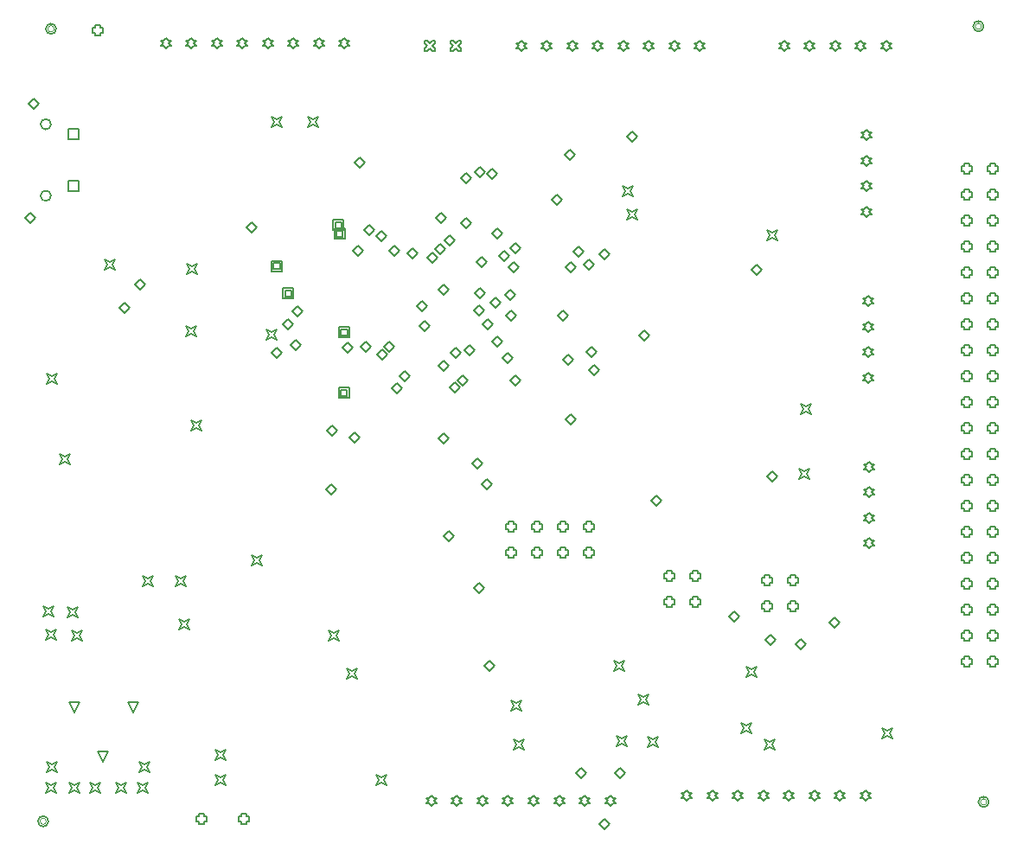
<source format=gbr>
G04*
G04 #@! TF.GenerationSoftware,Altium Limited,Altium Designer,24.2.2 (26)*
G04*
G04 Layer_Color=2752767*
%FSLAX44Y44*%
%MOMM*%
G71*
G04*
G04 #@! TF.SameCoordinates,251A4116-46B9-4EB5-9C36-AF9AACF17162*
G04*
G04*
G04 #@! TF.FilePolarity,Positive*
G04*
G01*
G75*
%ADD10C,0.1270*%
%ADD18C,0.1016*%
%ADD107C,0.1693*%
D10*
X222250Y27940D02*
Y25400D01*
X227330D01*
Y27940D01*
X229870D01*
Y33020D01*
X227330D01*
Y35560D01*
X222250D01*
Y33020D01*
X219710D01*
Y27940D01*
X222250D01*
X116360Y134360D02*
X111280Y144520D01*
X121440D01*
X116360Y134360D01*
X86360Y86360D02*
X81280Y96520D01*
X91440D01*
X86360Y86360D01*
X58360Y134360D02*
X53280Y144520D01*
X63440D01*
X58360Y134360D01*
X78740Y800100D02*
Y797560D01*
X83820D01*
Y800100D01*
X86360D01*
Y805180D01*
X83820D01*
Y807720D01*
X78740D01*
Y805180D01*
X76200D01*
Y800100D01*
X78740D01*
X180340Y27940D02*
Y25400D01*
X185420D01*
Y27940D01*
X187960D01*
Y33020D01*
X185420D01*
Y35560D01*
X180340D01*
Y33020D01*
X177800D01*
Y27940D01*
X180340D01*
X273050Y784860D02*
X275590Y787400D01*
X278130D01*
X275590Y789940D01*
X278130Y792480D01*
X275590D01*
X273050Y795020D01*
X270510Y792480D01*
X267970D01*
X270510Y789940D01*
X267970Y787400D01*
X270510D01*
X273050Y784860D01*
X835660Y532130D02*
X838200Y534670D01*
X840740D01*
X838200Y537210D01*
X840740Y539750D01*
X838200D01*
X835660Y542290D01*
X833120Y539750D01*
X830580D01*
X833120Y537210D01*
X830580Y534670D01*
X833120D01*
X835660Y532130D01*
X621030Y782320D02*
X623570Y784860D01*
X626110D01*
X623570Y787400D01*
X626110Y789940D01*
X623570D01*
X621030Y792480D01*
X618490Y789940D01*
X615950D01*
X618490Y787400D01*
X615950Y784860D01*
X618490D01*
X621030Y782320D01*
X853440D02*
X855980Y784860D01*
X858520D01*
X855980Y787400D01*
X858520Y789940D01*
X855980D01*
X853440Y792480D01*
X850900Y789940D01*
X848360D01*
X850900Y787400D01*
X848360Y784860D01*
X850900D01*
X853440Y782320D01*
X52400Y695400D02*
Y705560D01*
X62560D01*
Y695400D01*
X52400D01*
Y645400D02*
Y655560D01*
X62560D01*
Y645400D01*
X52400D01*
X708120Y48260D02*
X710660Y50800D01*
X713200D01*
X710660Y53340D01*
X713200Y55880D01*
X710660D01*
X708120Y58420D01*
X705580Y55880D01*
X703040D01*
X705580Y53340D01*
X703040Y50800D01*
X705580D01*
X708120Y48260D01*
X658120D02*
X660660Y50800D01*
X663200D01*
X660660Y53340D01*
X663200Y55880D01*
X660660D01*
X658120Y58420D01*
X655580Y55880D01*
X653040D01*
X655580Y53340D01*
X653040Y50800D01*
X655580D01*
X658120Y48260D01*
X758120D02*
X760660Y50800D01*
X763200D01*
X760660Y53340D01*
X763200Y55880D01*
X760660D01*
X758120Y58420D01*
X755580Y55880D01*
X753040D01*
X755580Y53340D01*
X753040Y50800D01*
X755580D01*
X758120Y48260D01*
X808120D02*
X810660Y50800D01*
X813200D01*
X810660Y53340D01*
X813200Y55880D01*
X810660D01*
X808120Y58420D01*
X805580Y55880D01*
X803040D01*
X805580Y53340D01*
X803040Y50800D01*
X805580D01*
X808120Y48260D01*
X833120D02*
X835660Y50800D01*
X838200D01*
X835660Y53340D01*
X838200Y55880D01*
X835660D01*
X833120Y58420D01*
X830580Y55880D01*
X828040D01*
X830580Y53340D01*
X828040Y50800D01*
X830580D01*
X833120Y48260D01*
X783120D02*
X785660Y50800D01*
X788200D01*
X785660Y53340D01*
X788200Y55880D01*
X785660D01*
X783120Y58420D01*
X780580Y55880D01*
X778040D01*
X780580Y53340D01*
X778040Y50800D01*
X780580D01*
X783120Y48260D01*
X683120D02*
X685660Y50800D01*
X688200D01*
X685660Y53340D01*
X688200Y55880D01*
X685660D01*
X683120Y58420D01*
X680580Y55880D01*
X678040D01*
X680580Y53340D01*
X678040Y50800D01*
X680580D01*
X683120Y48260D01*
X733120D02*
X735660Y50800D01*
X738200D01*
X735660Y53340D01*
X738200Y55880D01*
X735660D01*
X733120Y58420D01*
X730580Y55880D01*
X728040D01*
X730580Y53340D01*
X728040Y50800D01*
X730580D01*
X733120Y48260D01*
X458070Y43180D02*
X460610Y45720D01*
X463150D01*
X460610Y48260D01*
X463150Y50800D01*
X460610D01*
X458070Y53340D01*
X455530Y50800D01*
X452990D01*
X455530Y48260D01*
X452990Y45720D01*
X455530D01*
X458070Y43180D01*
X408070D02*
X410610Y45720D01*
X413150D01*
X410610Y48260D01*
X413150Y50800D01*
X410610D01*
X408070Y53340D01*
X405530Y50800D01*
X402990D01*
X405530Y48260D01*
X402990Y45720D01*
X405530D01*
X408070Y43180D01*
X508070D02*
X510610Y45720D01*
X513150D01*
X510610Y48260D01*
X513150Y50800D01*
X510610D01*
X508070Y53340D01*
X505530Y50800D01*
X502990D01*
X505530Y48260D01*
X502990Y45720D01*
X505530D01*
X508070Y43180D01*
X558070D02*
X560610Y45720D01*
X563150D01*
X560610Y48260D01*
X563150Y50800D01*
X560610D01*
X558070Y53340D01*
X555530Y50800D01*
X552990D01*
X555530Y48260D01*
X552990Y45720D01*
X555530D01*
X558070Y43180D01*
X583070D02*
X585610Y45720D01*
X588150D01*
X585610Y48260D01*
X588150Y50800D01*
X585610D01*
X583070Y53340D01*
X580530Y50800D01*
X577990D01*
X580530Y48260D01*
X577990Y45720D01*
X580530D01*
X583070Y43180D01*
X533070D02*
X535610Y45720D01*
X538150D01*
X535610Y48260D01*
X538150Y50800D01*
X535610D01*
X533070Y53340D01*
X530530Y50800D01*
X527990D01*
X530530Y48260D01*
X527990Y45720D01*
X530530D01*
X533070Y43180D01*
X433070D02*
X435610Y45720D01*
X438150D01*
X435610Y48260D01*
X438150Y50800D01*
X435610D01*
X433070Y53340D01*
X430530Y50800D01*
X427990D01*
X430530Y48260D01*
X427990Y45720D01*
X430530D01*
X433070Y43180D01*
X483070D02*
X485610Y45720D01*
X488150D01*
X485610Y48260D01*
X488150Y50800D01*
X485610D01*
X483070Y53340D01*
X480530Y50800D01*
X477990D01*
X480530Y48260D01*
X477990Y45720D01*
X480530D01*
X483070Y43180D01*
X426520Y782150D02*
X429060D01*
X431600Y784690D01*
X434140Y782150D01*
X436680D01*
Y784690D01*
X434140Y787230D01*
X436680Y789770D01*
Y792310D01*
X434140D01*
X431600Y789770D01*
X429060Y792310D01*
X426520D01*
Y789770D01*
X429060Y787230D01*
X426520Y784690D01*
Y782150D01*
X401520D02*
X404060D01*
X406600Y784690D01*
X409140Y782150D01*
X411680D01*
Y784690D01*
X409140Y787230D01*
X411680Y789770D01*
Y792310D01*
X409140D01*
X406600Y789770D01*
X404060Y792310D01*
X401520D01*
Y789770D01*
X404060Y787230D01*
X401520Y784690D01*
Y782150D01*
X148050Y784860D02*
X150590Y787400D01*
X153130D01*
X150590Y789940D01*
X153130Y792480D01*
X150590D01*
X148050Y795020D01*
X145510Y792480D01*
X142970D01*
X145510Y789940D01*
X142970Y787400D01*
X145510D01*
X148050Y784860D01*
X173050D02*
X175590Y787400D01*
X178130D01*
X175590Y789940D01*
X178130Y792480D01*
X175590D01*
X173050Y795020D01*
X170510Y792480D01*
X167970D01*
X170510Y789940D01*
X167970Y787400D01*
X170510D01*
X173050Y784860D01*
X198050D02*
X200590Y787400D01*
X203130D01*
X200590Y789940D01*
X203130Y792480D01*
X200590D01*
X198050Y795020D01*
X195510Y792480D01*
X192970D01*
X195510Y789940D01*
X192970Y787400D01*
X195510D01*
X198050Y784860D01*
X223050D02*
X225590Y787400D01*
X228130D01*
X225590Y789940D01*
X228130Y792480D01*
X225590D01*
X223050Y795020D01*
X220510Y792480D01*
X217970D01*
X220510Y789940D01*
X217970Y787400D01*
X220510D01*
X223050Y784860D01*
X323050D02*
X325590Y787400D01*
X328130D01*
X325590Y789940D01*
X328130Y792480D01*
X325590D01*
X323050Y795020D01*
X320510Y792480D01*
X317970D01*
X320510Y789940D01*
X317970Y787400D01*
X320510D01*
X323050Y784860D01*
X298050D02*
X300590Y787400D01*
X303130D01*
X300590Y789940D01*
X303130Y792480D01*
X300590D01*
X298050Y795020D01*
X295510Y792480D01*
X292970D01*
X295510Y789940D01*
X292970Y787400D01*
X295510D01*
X298050Y784860D01*
X248050D02*
X250590Y787400D01*
X253130D01*
X250590Y789940D01*
X253130Y792480D01*
X250590D01*
X248050Y795020D01*
X245510Y792480D01*
X242970D01*
X245510Y789940D01*
X242970Y787400D01*
X245510D01*
X248050Y784860D01*
X496030Y782320D02*
X498570Y784860D01*
X501110D01*
X498570Y787400D01*
X501110Y789940D01*
X498570D01*
X496030Y792480D01*
X493490Y789940D01*
X490950D01*
X493490Y787400D01*
X490950Y784860D01*
X493490D01*
X496030Y782320D01*
X521030D02*
X523570Y784860D01*
X526110D01*
X523570Y787400D01*
X526110Y789940D01*
X523570D01*
X521030Y792480D01*
X518490Y789940D01*
X515950D01*
X518490Y787400D01*
X515950Y784860D01*
X518490D01*
X521030Y782320D01*
X546030D02*
X548570Y784860D01*
X551110D01*
X548570Y787400D01*
X551110Y789940D01*
X548570D01*
X546030Y792480D01*
X543490Y789940D01*
X540950D01*
X543490Y787400D01*
X540950Y784860D01*
X543490D01*
X546030Y782320D01*
X571030D02*
X573570Y784860D01*
X576110D01*
X573570Y787400D01*
X576110Y789940D01*
X573570D01*
X571030Y792480D01*
X568490Y789940D01*
X565950D01*
X568490Y787400D01*
X565950Y784860D01*
X568490D01*
X571030Y782320D01*
X671030D02*
X673570Y784860D01*
X676110D01*
X673570Y787400D01*
X676110Y789940D01*
X673570D01*
X671030Y792480D01*
X668490Y789940D01*
X665950D01*
X668490Y787400D01*
X665950Y784860D01*
X668490D01*
X671030Y782320D01*
X646030D02*
X648570Y784860D01*
X651110D01*
X648570Y787400D01*
X651110Y789940D01*
X648570D01*
X646030Y792480D01*
X643490Y789940D01*
X640950D01*
X643490Y787400D01*
X640950Y784860D01*
X643490D01*
X646030Y782320D01*
X596030D02*
X598570Y784860D01*
X601110D01*
X598570Y787400D01*
X601110Y789940D01*
X598570D01*
X596030Y792480D01*
X593490Y789940D01*
X590950D01*
X593490Y787400D01*
X590950Y784860D01*
X593490D01*
X596030Y782320D01*
X828440D02*
X830980Y784860D01*
X833520D01*
X830980Y787400D01*
X833520Y789940D01*
X830980D01*
X828440Y792480D01*
X825900Y789940D01*
X823360D01*
X825900Y787400D01*
X823360Y784860D01*
X825900D01*
X828440Y782320D01*
X803440D02*
X805980Y784860D01*
X808520D01*
X805980Y787400D01*
X808520Y789940D01*
X805980D01*
X803440Y792480D01*
X800900Y789940D01*
X798360D01*
X800900Y787400D01*
X798360Y784860D01*
X800900D01*
X803440Y782320D01*
X778440D02*
X780980Y784860D01*
X783520D01*
X780980Y787400D01*
X783520Y789940D01*
X780980D01*
X778440Y792480D01*
X775900Y789940D01*
X773360D01*
X775900Y787400D01*
X773360Y784860D01*
X775900D01*
X778440Y782320D01*
X753440D02*
X755980Y784860D01*
X758520D01*
X755980Y787400D01*
X758520Y789940D01*
X755980D01*
X753440Y792480D01*
X750900Y789940D01*
X748360D01*
X750900Y787400D01*
X748360Y784860D01*
X750900D01*
X753440Y782320D01*
X834390Y694760D02*
X836930Y697300D01*
X839470D01*
X836930Y699840D01*
X839470Y702380D01*
X836930D01*
X834390Y704920D01*
X831850Y702380D01*
X829310D01*
X831850Y699840D01*
X829310Y697300D01*
X831850D01*
X834390Y694760D01*
Y669760D02*
X836930Y672300D01*
X839470D01*
X836930Y674840D01*
X839470Y677380D01*
X836930D01*
X834390Y679920D01*
X831850Y677380D01*
X829310D01*
X831850Y674840D01*
X829310Y672300D01*
X831850D01*
X834390Y669760D01*
Y619760D02*
X836930Y622300D01*
X839470D01*
X836930Y624840D01*
X839470Y627380D01*
X836930D01*
X834390Y629920D01*
X831850Y627380D01*
X829310D01*
X831850Y624840D01*
X829310Y622300D01*
X831850D01*
X834390Y619760D01*
Y644760D02*
X836930Y647300D01*
X839470D01*
X836930Y649840D01*
X839470Y652380D01*
X836930D01*
X834390Y654920D01*
X831850Y652380D01*
X829310D01*
X831850Y649840D01*
X829310Y647300D01*
X831850D01*
X834390Y644760D01*
X835660Y507130D02*
X838200Y509670D01*
X840740D01*
X838200Y512210D01*
X840740Y514750D01*
X838200D01*
X835660Y517290D01*
X833120Y514750D01*
X830580D01*
X833120Y512210D01*
X830580Y509670D01*
X833120D01*
X835660Y507130D01*
Y457130D02*
X838200Y459670D01*
X840740D01*
X838200Y462210D01*
X840740Y464750D01*
X838200D01*
X835660Y467290D01*
X833120Y464750D01*
X830580D01*
X833120Y462210D01*
X830580Y459670D01*
X833120D01*
X835660Y457130D01*
Y482130D02*
X838200Y484670D01*
X840740D01*
X838200Y487210D01*
X840740Y489750D01*
X838200D01*
X835660Y492290D01*
X833120Y489750D01*
X830580D01*
X833120Y487210D01*
X830580Y484670D01*
X833120D01*
X835660Y482130D01*
X929640Y461010D02*
Y458470D01*
X934720D01*
Y461010D01*
X937260D01*
Y466090D01*
X934720D01*
Y468630D01*
X929640D01*
Y466090D01*
X927100D01*
Y461010D01*
X929640D01*
X955040D02*
Y458470D01*
X960120D01*
Y461010D01*
X962660D01*
Y466090D01*
X960120D01*
Y468630D01*
X955040D01*
Y466090D01*
X952500D01*
Y461010D01*
X955040D01*
X929640Y435610D02*
Y433070D01*
X934720D01*
Y435610D01*
X937260D01*
Y440690D01*
X934720D01*
Y443230D01*
X929640D01*
Y440690D01*
X927100D01*
Y435610D01*
X929640D01*
Y410210D02*
Y407670D01*
X934720D01*
Y410210D01*
X937260D01*
Y415290D01*
X934720D01*
Y417830D01*
X929640D01*
Y415290D01*
X927100D01*
Y410210D01*
X929640D01*
X955040Y435610D02*
Y433070D01*
X960120D01*
Y435610D01*
X962660D01*
Y440690D01*
X960120D01*
Y443230D01*
X955040D01*
Y440690D01*
X952500D01*
Y435610D01*
X955040D01*
Y410210D02*
Y407670D01*
X960120D01*
Y410210D01*
X962660D01*
Y415290D01*
X960120D01*
Y417830D01*
X955040D01*
Y415290D01*
X952500D01*
Y410210D01*
X955040D01*
X929640Y308610D02*
Y306070D01*
X934720D01*
Y308610D01*
X937260D01*
Y313690D01*
X934720D01*
Y316230D01*
X929640D01*
Y313690D01*
X927100D01*
Y308610D01*
X929640D01*
Y283210D02*
Y280670D01*
X934720D01*
Y283210D01*
X937260D01*
Y288290D01*
X934720D01*
Y290830D01*
X929640D01*
Y288290D01*
X927100D01*
Y283210D01*
X929640D01*
X955040Y308610D02*
Y306070D01*
X960120D01*
Y308610D01*
X962660D01*
Y313690D01*
X960120D01*
Y316230D01*
X955040D01*
Y313690D01*
X952500D01*
Y308610D01*
X955040D01*
Y283210D02*
Y280670D01*
X960120D01*
Y283210D01*
X962660D01*
Y288290D01*
X960120D01*
Y290830D01*
X955040D01*
Y288290D01*
X952500D01*
Y283210D01*
X955040D01*
X929640Y181610D02*
Y179070D01*
X934720D01*
Y181610D01*
X937260D01*
Y186690D01*
X934720D01*
Y189230D01*
X929640D01*
Y186690D01*
X927100D01*
Y181610D01*
X929640D01*
X955040Y207010D02*
Y204470D01*
X960120D01*
Y207010D01*
X962660D01*
Y212090D01*
X960120D01*
Y214630D01*
X955040D01*
Y212090D01*
X952500D01*
Y207010D01*
X955040D01*
X929640D02*
Y204470D01*
X934720D01*
Y207010D01*
X937260D01*
Y212090D01*
X934720D01*
Y214630D01*
X929640D01*
Y212090D01*
X927100D01*
Y207010D01*
X929640D01*
X955040Y232410D02*
Y229870D01*
X960120D01*
Y232410D01*
X962660D01*
Y237490D01*
X960120D01*
Y240030D01*
X955040D01*
Y237490D01*
X952500D01*
Y232410D01*
X955040D01*
X929640D02*
Y229870D01*
X934720D01*
Y232410D01*
X937260D01*
Y237490D01*
X934720D01*
Y240030D01*
X929640D01*
Y237490D01*
X927100D01*
Y232410D01*
X929640D01*
X955040Y257810D02*
Y255270D01*
X960120D01*
Y257810D01*
X962660D01*
Y262890D01*
X960120D01*
Y265430D01*
X955040D01*
Y262890D01*
X952500D01*
Y257810D01*
X955040D01*
X929640D02*
Y255270D01*
X934720D01*
Y257810D01*
X937260D01*
Y262890D01*
X934720D01*
Y265430D01*
X929640D01*
Y262890D01*
X927100D01*
Y257810D01*
X929640D01*
X955040Y334010D02*
Y331470D01*
X960120D01*
Y334010D01*
X962660D01*
Y339090D01*
X960120D01*
Y341630D01*
X955040D01*
Y339090D01*
X952500D01*
Y334010D01*
X955040D01*
X929640D02*
Y331470D01*
X934720D01*
Y334010D01*
X937260D01*
Y339090D01*
X934720D01*
Y341630D01*
X929640D01*
Y339090D01*
X927100D01*
Y334010D01*
X929640D01*
X955040Y359410D02*
Y356870D01*
X960120D01*
Y359410D01*
X962660D01*
Y364490D01*
X960120D01*
Y367030D01*
X955040D01*
Y364490D01*
X952500D01*
Y359410D01*
X955040D01*
Y384810D02*
Y382270D01*
X960120D01*
Y384810D01*
X962660D01*
Y389890D01*
X960120D01*
Y392430D01*
X955040D01*
Y389890D01*
X952500D01*
Y384810D01*
X955040D01*
X929640Y359410D02*
Y356870D01*
X934720D01*
Y359410D01*
X937260D01*
Y364490D01*
X934720D01*
Y367030D01*
X929640D01*
Y364490D01*
X927100D01*
Y359410D01*
X929640D01*
Y384810D02*
Y382270D01*
X934720D01*
Y384810D01*
X937260D01*
Y389890D01*
X934720D01*
Y392430D01*
X929640D01*
Y389890D01*
X927100D01*
Y384810D01*
X929640D01*
X955040Y486410D02*
Y483870D01*
X960120D01*
Y486410D01*
X962660D01*
Y491490D01*
X960120D01*
Y494030D01*
X955040D01*
Y491490D01*
X952500D01*
Y486410D01*
X955040D01*
Y511810D02*
Y509270D01*
X960120D01*
Y511810D01*
X962660D01*
Y516890D01*
X960120D01*
Y519430D01*
X955040D01*
Y516890D01*
X952500D01*
Y511810D01*
X955040D01*
Y537210D02*
Y534670D01*
X960120D01*
Y537210D01*
X962660D01*
Y542290D01*
X960120D01*
Y544830D01*
X955040D01*
Y542290D01*
X952500D01*
Y537210D01*
X955040D01*
Y562610D02*
Y560070D01*
X960120D01*
Y562610D01*
X962660D01*
Y567690D01*
X960120D01*
Y570230D01*
X955040D01*
Y567690D01*
X952500D01*
Y562610D01*
X955040D01*
X929640Y486410D02*
Y483870D01*
X934720D01*
Y486410D01*
X937260D01*
Y491490D01*
X934720D01*
Y494030D01*
X929640D01*
Y491490D01*
X927100D01*
Y486410D01*
X929640D01*
Y511810D02*
Y509270D01*
X934720D01*
Y511810D01*
X937260D01*
Y516890D01*
X934720D01*
Y519430D01*
X929640D01*
Y516890D01*
X927100D01*
Y511810D01*
X929640D01*
Y537210D02*
Y534670D01*
X934720D01*
Y537210D01*
X937260D01*
Y542290D01*
X934720D01*
Y544830D01*
X929640D01*
Y542290D01*
X927100D01*
Y537210D01*
X929640D01*
Y562610D02*
Y560070D01*
X934720D01*
Y562610D01*
X937260D01*
Y567690D01*
X934720D01*
Y570230D01*
X929640D01*
Y567690D01*
X927100D01*
Y562610D01*
X929640D01*
X955040Y588010D02*
Y585470D01*
X960120D01*
Y588010D01*
X962660D01*
Y593090D01*
X960120D01*
Y595630D01*
X955040D01*
Y593090D01*
X952500D01*
Y588010D01*
X955040D01*
Y638810D02*
Y636270D01*
X960120D01*
Y638810D01*
X962660D01*
Y643890D01*
X960120D01*
Y646430D01*
X955040D01*
Y643890D01*
X952500D01*
Y638810D01*
X955040D01*
Y664210D02*
Y661670D01*
X960120D01*
Y664210D01*
X962660D01*
Y669290D01*
X960120D01*
Y671830D01*
X955040D01*
Y669290D01*
X952500D01*
Y664210D01*
X955040D01*
X929640Y588010D02*
Y585470D01*
X934720D01*
Y588010D01*
X937260D01*
Y593090D01*
X934720D01*
Y595630D01*
X929640D01*
Y593090D01*
X927100D01*
Y588010D01*
X929640D01*
Y613410D02*
Y610870D01*
X934720D01*
Y613410D01*
X937260D01*
Y618490D01*
X934720D01*
Y621030D01*
X929640D01*
Y618490D01*
X927100D01*
Y613410D01*
X929640D01*
Y638810D02*
Y636270D01*
X934720D01*
Y638810D01*
X937260D01*
Y643890D01*
X934720D01*
Y646430D01*
X929640D01*
Y643890D01*
X927100D01*
Y638810D01*
X929640D01*
Y664210D02*
Y661670D01*
X934720D01*
Y664210D01*
X937260D01*
Y669290D01*
X934720D01*
Y671830D01*
X929640D01*
Y669290D01*
X927100D01*
Y664210D01*
X929640D01*
X955040Y181610D02*
Y179070D01*
X960120D01*
Y181610D01*
X962660D01*
Y186690D01*
X960120D01*
Y189230D01*
X955040D01*
Y186690D01*
X952500D01*
Y181610D01*
X955040D01*
Y613410D02*
Y610870D01*
X960120D01*
Y613410D01*
X962660D01*
Y618490D01*
X960120D01*
Y621030D01*
X955040D01*
Y618490D01*
X952500D01*
Y613410D01*
X955040D01*
X483870Y288290D02*
Y285750D01*
X488950D01*
Y288290D01*
X491490D01*
Y293370D01*
X488950D01*
Y295910D01*
X483870D01*
Y293370D01*
X481330D01*
Y288290D01*
X483870D01*
Y313690D02*
Y311150D01*
X488950D01*
Y313690D01*
X491490D01*
Y318770D01*
X488950D01*
Y321310D01*
X483870D01*
Y318770D01*
X481330D01*
Y313690D01*
X483870D01*
X509270Y288290D02*
Y285750D01*
X514350D01*
Y288290D01*
X516890D01*
Y293370D01*
X514350D01*
Y295910D01*
X509270D01*
Y293370D01*
X506730D01*
Y288290D01*
X509270D01*
Y313690D02*
Y311150D01*
X514350D01*
Y313690D01*
X516890D01*
Y318770D01*
X514350D01*
Y321310D01*
X509270D01*
Y318770D01*
X506730D01*
Y313690D01*
X509270D01*
X534670Y288290D02*
Y285750D01*
X539750D01*
Y288290D01*
X542290D01*
Y293370D01*
X539750D01*
Y295910D01*
X534670D01*
Y293370D01*
X532130D01*
Y288290D01*
X534670D01*
Y313690D02*
Y311150D01*
X539750D01*
Y313690D01*
X542290D01*
Y318770D01*
X539750D01*
Y321310D01*
X534670D01*
Y318770D01*
X532130D01*
Y313690D01*
X534670D01*
X560070Y288290D02*
Y285750D01*
X565150D01*
Y288290D01*
X567690D01*
Y293370D01*
X565150D01*
Y295910D01*
X560070D01*
Y293370D01*
X557530D01*
Y288290D01*
X560070D01*
Y313690D02*
Y311150D01*
X565150D01*
Y313690D01*
X567690D01*
Y318770D01*
X565150D01*
Y321310D01*
X560070D01*
Y318770D01*
X557530D01*
Y313690D01*
X560070D01*
X664210Y265430D02*
Y262890D01*
X669290D01*
Y265430D01*
X671830D01*
Y270510D01*
X669290D01*
Y273050D01*
X664210D01*
Y270510D01*
X661670D01*
Y265430D01*
X664210D01*
Y240030D02*
Y237490D01*
X669290D01*
Y240030D01*
X671830D01*
Y245110D01*
X669290D01*
Y247650D01*
X664210D01*
Y245110D01*
X661670D01*
Y240030D01*
X664210D01*
X638810Y265430D02*
Y262890D01*
X643890D01*
Y265430D01*
X646430D01*
Y270510D01*
X643890D01*
Y273050D01*
X638810D01*
Y270510D01*
X636270D01*
Y265430D01*
X638810D01*
Y240030D02*
Y237490D01*
X643890D01*
Y240030D01*
X646430D01*
Y245110D01*
X643890D01*
Y247650D01*
X638810D01*
Y245110D01*
X636270D01*
Y240030D01*
X638810D01*
X759460Y261620D02*
Y259080D01*
X764540D01*
Y261620D01*
X767080D01*
Y266700D01*
X764540D01*
Y269240D01*
X759460D01*
Y266700D01*
X756920D01*
Y261620D01*
X759460D01*
Y236220D02*
Y233680D01*
X764540D01*
Y236220D01*
X767080D01*
Y241300D01*
X764540D01*
Y243840D01*
X759460D01*
Y241300D01*
X756920D01*
Y236220D01*
X759460D01*
X734060Y261620D02*
Y259080D01*
X739140D01*
Y261620D01*
X741680D01*
Y266700D01*
X739140D01*
Y269240D01*
X734060D01*
Y266700D01*
X731520D01*
Y261620D01*
X734060D01*
Y236220D02*
Y233680D01*
X739140D01*
Y236220D01*
X741680D01*
Y241300D01*
X739140D01*
Y243840D01*
X734060D01*
Y241300D01*
X731520D01*
Y236220D01*
X734060D01*
X836930Y320040D02*
X839470Y322580D01*
X842010D01*
X839470Y325120D01*
X842010Y327660D01*
X839470D01*
X836930Y330200D01*
X834390Y327660D01*
X831850D01*
X834390Y325120D01*
X831850Y322580D01*
X834390D01*
X836930Y320040D01*
Y295040D02*
X839470Y297580D01*
X842010D01*
X839470Y300120D01*
X842010Y302660D01*
X839470D01*
X836930Y305200D01*
X834390Y302660D01*
X831850D01*
X834390Y300120D01*
X831850Y297580D01*
X834390D01*
X836930Y295040D01*
Y345040D02*
X839470Y347580D01*
X842010D01*
X839470Y350120D01*
X842010Y352660D01*
X839470D01*
X836930Y355200D01*
X834390Y352660D01*
X831850D01*
X834390Y350120D01*
X831850Y347580D01*
X834390D01*
X836930Y345040D01*
Y370040D02*
X839470Y372580D01*
X842010D01*
X839470Y375120D01*
X842010Y377660D01*
X839470D01*
X836930Y380200D01*
X834390Y377660D01*
X831850D01*
X834390Y375120D01*
X831850Y372580D01*
X834390D01*
X836930Y370040D01*
X44450Y377190D02*
X46990Y382270D01*
X44450Y387350D01*
X49530Y384810D01*
X54610Y387350D01*
X52070Y382270D01*
X54610Y377190D01*
X49530Y379730D01*
X44450Y377190D01*
X31750Y455930D02*
X34290Y461010D01*
X31750Y466090D01*
X36830Y463550D01*
X41910Y466090D01*
X39370Y461010D01*
X41910Y455930D01*
X36830Y458470D01*
X31750Y455930D01*
X125730Y257810D02*
X128270Y262890D01*
X125730Y267970D01*
X130810Y265430D01*
X135890Y267970D01*
X133350Y262890D01*
X135890Y257810D01*
X130810Y260350D01*
X125730Y257810D01*
X10160Y618490D02*
X15240Y623570D01*
X20320Y618490D01*
X15240Y613410D01*
X10160Y618490D01*
X52070Y227330D02*
X54610Y232410D01*
X52070Y237490D01*
X57150Y234950D01*
X62230Y237490D01*
X59690Y232410D01*
X62230Y227330D01*
X57150Y229870D01*
X52070Y227330D01*
X599440Y698500D02*
X604520Y703580D01*
X609600Y698500D01*
X604520Y693420D01*
X599440Y698500D01*
X232410Y278130D02*
X234950Y283210D01*
X232410Y288290D01*
X237490Y285750D01*
X242570Y288290D01*
X240030Y283210D01*
X242570Y278130D01*
X237490Y280670D01*
X232410Y278130D01*
X354330Y63500D02*
X356870Y68580D01*
X354330Y73660D01*
X359410Y71120D01*
X364490Y73660D01*
X361950Y68580D01*
X364490Y63500D01*
X359410Y66040D01*
X354330Y63500D01*
X325120Y167640D02*
X327660Y172720D01*
X325120Y177800D01*
X330200Y175260D01*
X335280Y177800D01*
X332740Y172720D01*
X335280Y167640D01*
X330200Y170180D01*
X325120Y167640D01*
X420370Y307340D02*
X425450Y312420D01*
X430530Y307340D01*
X425450Y302260D01*
X420370Y307340D01*
X13970Y730250D02*
X19050Y735330D01*
X24130Y730250D01*
X19050Y725170D01*
X13970Y730250D01*
X157480Y257810D02*
X160020Y262890D01*
X157480Y267970D01*
X162560Y265430D01*
X167640Y267970D01*
X165100Y262890D01*
X167640Y257810D01*
X162560Y260350D01*
X157480Y257810D01*
X459740Y180340D02*
X464820Y185420D01*
X469900Y180340D01*
X464820Y175260D01*
X459740Y180340D01*
X27940Y228600D02*
X30480Y233680D01*
X27940Y238760D01*
X33020Y236220D01*
X38100Y238760D01*
X35560Y233680D01*
X38100Y228600D01*
X33020Y231140D01*
X27940Y228600D01*
X227330Y609600D02*
X232410Y614680D01*
X237490Y609600D01*
X232410Y604520D01*
X227330Y609600D01*
X87884Y567690D02*
X90424Y572770D01*
X87884Y577850D01*
X92964Y575310D01*
X98044Y577850D01*
X95504Y572770D01*
X98044Y567690D01*
X92964Y570230D01*
X87884Y567690D01*
X168910Y563880D02*
X171450Y568960D01*
X168910Y574040D01*
X173990Y571500D01*
X179070Y574040D01*
X176530Y568960D01*
X179070Y563880D01*
X173990Y566420D01*
X168910Y563880D01*
X246380Y499110D02*
X248920Y504190D01*
X246380Y509270D01*
X251460Y506730D01*
X256540Y509270D01*
X254000Y504190D01*
X256540Y499110D01*
X251460Y501650D01*
X246380Y499110D01*
X99060Y55880D02*
X101600Y60960D01*
X99060Y66040D01*
X104140Y63500D01*
X109220Y66040D01*
X106680Y60960D01*
X109220Y55880D01*
X104140Y58420D01*
X99060Y55880D01*
X167640Y502920D02*
X170180Y508000D01*
X167640Y513080D01*
X172720Y510540D01*
X177800Y513080D01*
X175260Y508000D01*
X177800Y502920D01*
X172720Y505460D01*
X167640Y502920D01*
X172720Y410210D02*
X175260Y415290D01*
X172720Y420370D01*
X177800Y417830D01*
X182880Y420370D01*
X180340Y415290D01*
X182880Y410210D01*
X177800Y412750D01*
X172720Y410210D01*
X549910Y75184D02*
X554990Y80264D01*
X560070Y75184D01*
X554990Y70104D01*
X549910Y75184D01*
X122280Y76200D02*
X124820Y81280D01*
X122280Y86360D01*
X127360Y83820D01*
X132440Y86360D01*
X129900Y81280D01*
X132440Y76200D01*
X127360Y78740D01*
X122280Y76200D01*
X120650Y55880D02*
X123190Y60960D01*
X120650Y66040D01*
X125730Y63500D01*
X130810Y66040D01*
X128270Y60960D01*
X130810Y55880D01*
X125730Y58420D01*
X120650Y55880D01*
X768350Y363220D02*
X770890Y368300D01*
X768350Y373380D01*
X773430Y370840D01*
X778510Y373380D01*
X775970Y368300D01*
X778510Y363220D01*
X773430Y365760D01*
X768350Y363220D01*
X769620Y426720D02*
X772160Y431800D01*
X769620Y436880D01*
X774700Y434340D01*
X779780Y436880D01*
X777240Y431800D01*
X779780Y426720D01*
X774700Y429260D01*
X769620Y426720D01*
X610870Y142240D02*
X613410Y147320D01*
X610870Y152400D01*
X615950Y149860D01*
X621030Y152400D01*
X618490Y147320D01*
X621030Y142240D01*
X615950Y144780D01*
X610870Y142240D01*
X317339Y442307D02*
Y452467D01*
X327499D01*
Y442307D01*
X317339D01*
X319371Y444339D02*
Y450435D01*
X325467D01*
Y444339D01*
X319371D01*
X321310Y491490D02*
X326390Y496570D01*
X331470Y491490D01*
X326390Y486410D01*
X321310Y491490D01*
X262890Y539750D02*
Y549910D01*
X273050D01*
Y539750D01*
X262890D01*
X264922Y541782D02*
Y547878D01*
X271018D01*
Y541782D01*
X264922D01*
X272191Y527608D02*
X277271Y532688D01*
X282351Y527608D01*
X277271Y522528D01*
X272191Y527608D01*
X262890Y514350D02*
X267970Y519430D01*
X273050Y514350D01*
X267970Y509270D01*
X262890Y514350D01*
X270510Y494030D02*
X275590Y499110D01*
X280670Y494030D01*
X275590Y488950D01*
X270510Y494030D01*
X595630Y640080D02*
X598170Y645160D01*
X595630Y650240D01*
X600710Y647700D01*
X605790Y650240D01*
X603250Y645160D01*
X605790Y640080D01*
X600710Y642620D01*
X595630Y640080D01*
X251460Y566420D02*
Y576580D01*
X261620D01*
Y566420D01*
X251460D01*
X253492Y568452D02*
Y574548D01*
X259588D01*
Y568452D01*
X253492D01*
X317500Y501650D02*
Y511810D01*
X327660D01*
Y501650D01*
X317500D01*
X319532Y503682D02*
Y509778D01*
X325628D01*
Y503682D01*
X319532D01*
X539750Y421640D02*
X544830Y426720D01*
X549910Y421640D01*
X544830Y416560D01*
X539750Y421640D01*
X485140Y459740D02*
X490220Y464820D01*
X495300Y459740D01*
X490220Y454660D01*
X485140Y459740D01*
X481330Y523240D02*
X486410Y528320D01*
X491490Y523240D01*
X486410Y518160D01*
X481330Y523240D01*
X332740Y673100D02*
X337820Y678180D01*
X342900Y673100D01*
X337820Y668020D01*
X332740Y673100D01*
X532130Y523240D02*
X537210Y528320D01*
X542290Y523240D01*
X537210Y518160D01*
X532130Y523240D01*
X572770Y582930D02*
X577850Y588010D01*
X582930Y582930D01*
X577850Y577850D01*
X572770Y582930D01*
X557530Y572770D02*
X562610Y577850D01*
X567690Y572770D01*
X562610Y567690D01*
X557530Y572770D01*
X547370Y585470D02*
X552450Y590550D01*
X557530Y585470D01*
X552450Y580390D01*
X547370Y585470D01*
X562610Y469900D02*
X567690Y474980D01*
X572770Y469900D01*
X567690Y464820D01*
X562610Y469900D01*
X449580Y256540D02*
X454660Y261620D01*
X459740Y256540D01*
X454660Y251460D01*
X449580Y256540D01*
X538480Y680720D02*
X543560Y685800D01*
X548640Y680720D01*
X543560Y675640D01*
X538480Y680720D01*
X436880Y657860D02*
X441960Y662940D01*
X447040Y657860D01*
X441960Y652780D01*
X436880Y657860D01*
X450629Y663362D02*
X455709Y668442D01*
X460789Y663362D01*
X455709Y658282D01*
X450629Y663362D01*
X412614Y619139D02*
X417694Y624219D01*
X422774Y619139D01*
X417694Y614059D01*
X412614Y619139D01*
X384810Y584200D02*
X389890Y589280D01*
X394970Y584200D01*
X389890Y579120D01*
X384810Y584200D01*
X367030Y586740D02*
X372110Y591820D01*
X377190Y586740D01*
X372110Y581660D01*
X367030Y586740D01*
X420600Y596670D02*
X425680Y601750D01*
X430760Y596670D01*
X425680Y591590D01*
X420600Y596670D01*
X436660Y613568D02*
X441740Y618648D01*
X446820Y613568D01*
X441740Y608488D01*
X436660Y613568D01*
X251460Y486410D02*
X256540Y491490D01*
X261620Y486410D01*
X256540Y481330D01*
X251460Y486410D01*
X327660Y403860D02*
X332740Y408940D01*
X337820Y403860D01*
X332740Y398780D01*
X327660Y403860D01*
X764540Y201676D02*
X769620Y206756D01*
X774700Y201676D01*
X769620Y196596D01*
X764540Y201676D01*
X586740Y175006D02*
X589280Y180086D01*
X586740Y185166D01*
X591820Y182626D01*
X596900Y185166D01*
X594360Y180086D01*
X596900Y175006D01*
X591820Y177546D01*
X586740Y175006D01*
X735330Y205740D02*
X740410Y210820D01*
X745490Y205740D01*
X740410Y200660D01*
X735330Y205740D01*
X716322Y169394D02*
X718862Y174474D01*
X716322Y179554D01*
X721402Y177014D01*
X726482Y179554D01*
X723942Y174474D01*
X726482Y169394D01*
X721402Y171934D01*
X716322Y169394D01*
X797560Y222250D02*
X802640Y227330D01*
X807720Y222250D01*
X802640Y217170D01*
X797560Y222250D01*
X599440Y617220D02*
X601980Y622300D01*
X599440Y627380D01*
X604520Y624840D01*
X609600Y627380D01*
X607060Y622300D01*
X609600Y617220D01*
X604520Y619760D01*
X599440Y617220D01*
X525780Y636270D02*
X530860Y641350D01*
X535940Y636270D01*
X530860Y631190D01*
X525780Y636270D01*
X539750Y570230D02*
X544830Y575310D01*
X549910Y570230D01*
X544830Y565150D01*
X539750Y570230D01*
X118110Y553720D02*
X123190Y558800D01*
X128270Y553720D01*
X123190Y548640D01*
X118110Y553720D01*
X304800Y353060D02*
X309880Y358140D01*
X314960Y353060D01*
X309880Y347980D01*
X304800Y353060D01*
X251460Y707390D02*
X254000Y712470D01*
X251460Y717550D01*
X256540Y715010D01*
X261620Y717550D01*
X259080Y712470D01*
X261620Y707390D01*
X256540Y709930D01*
X251460Y707390D01*
X287020D02*
X289560Y712470D01*
X287020Y717550D01*
X292100Y715010D01*
X297180Y717550D01*
X294640Y712470D01*
X297180Y707390D01*
X292100Y709930D01*
X287020Y707390D01*
X488950Y97790D02*
X491490Y102870D01*
X488950Y107950D01*
X494030Y105410D01*
X499110Y107950D01*
X496570Y102870D01*
X499110Y97790D01*
X494030Y100330D01*
X488950Y97790D01*
X619760Y100330D02*
X622300Y105410D01*
X619760Y110490D01*
X624840Y107950D01*
X629920Y110490D01*
X627380Y105410D01*
X629920Y100330D01*
X624840Y102870D01*
X619760Y100330D01*
X734060Y97790D02*
X736600Y102870D01*
X734060Y107950D01*
X739140Y105410D01*
X744220Y107950D01*
X741680Y102870D01*
X744220Y97790D01*
X739140Y100330D01*
X734060Y97790D01*
X849630Y109220D02*
X852170Y114300D01*
X849630Y119380D01*
X854710Y116840D01*
X859790Y119380D01*
X857250Y114300D01*
X859790Y109220D01*
X854710Y111760D01*
X849630Y109220D01*
X588010Y75184D02*
X593090Y80264D01*
X598170Y75184D01*
X593090Y70104D01*
X588010Y75184D01*
X711200Y114300D02*
X713740Y119380D01*
X711200Y124460D01*
X716280Y121920D01*
X721360Y124460D01*
X718820Y119380D01*
X721360Y114300D01*
X716280Y116840D01*
X711200Y114300D01*
X589280Y101600D02*
X591820Y106680D01*
X589280Y111760D01*
X594360Y109220D01*
X599440Y111760D01*
X596900Y106680D01*
X599440Y101600D01*
X594360Y104140D01*
X589280Y101600D01*
X486410Y135890D02*
X488950Y140970D01*
X486410Y146050D01*
X491490Y143510D01*
X496570Y146050D01*
X494030Y140970D01*
X496570Y135890D01*
X491490Y138430D01*
X486410Y135890D01*
X307340Y204470D02*
X309880Y209550D01*
X307340Y214630D01*
X312420Y212090D01*
X317500Y214630D01*
X314960Y209550D01*
X317500Y204470D01*
X312420Y207010D01*
X307340Y204470D01*
X102341Y530536D02*
X107421Y535616D01*
X112501Y530536D01*
X107421Y525456D01*
X102341Y530536D01*
X161290Y215900D02*
X163830Y220980D01*
X161290Y226060D01*
X166370Y223520D01*
X171450Y226060D01*
X168910Y220980D01*
X171450Y215900D01*
X166370Y218440D01*
X161290Y215900D01*
X736600Y596900D02*
X739140Y601980D01*
X736600Y607060D01*
X741680Y604520D01*
X746760Y607060D01*
X744220Y601980D01*
X746760Y596900D01*
X741680Y599440D01*
X736600Y596900D01*
X312021Y606720D02*
Y616880D01*
X322181D01*
Y606720D01*
X312021D01*
X314053Y608752D02*
Y614848D01*
X320149D01*
Y608752D01*
X314053D01*
X331470Y586740D02*
X336550Y591820D01*
X341630Y586740D01*
X336550Y581660D01*
X331470Y586740D01*
X462280Y661670D02*
X467360Y666750D01*
X472440Y661670D01*
X467360Y656590D01*
X462280Y661670D01*
X485140Y589280D02*
X490220Y594360D01*
X495300Y589280D01*
X490220Y584200D01*
X485140Y589280D01*
X474428Y581198D02*
X479508Y586278D01*
X484588Y581198D01*
X479508Y576118D01*
X474428Y581198D01*
X467128Y603481D02*
X472209Y608562D01*
X477289Y603481D01*
X472209Y598401D01*
X467128Y603481D01*
X483819Y570281D02*
X488899Y575361D01*
X493979Y570281D01*
X488899Y565201D01*
X483819Y570281D01*
X452120Y575310D02*
X457200Y580390D01*
X462280Y575310D01*
X457200Y570230D01*
X452120Y575310D01*
X466090Y535940D02*
X471170Y541020D01*
X476250Y535940D01*
X471170Y530860D01*
X466090Y535940D01*
X450088Y544830D02*
X455168Y549910D01*
X460248Y544830D01*
X455168Y539750D01*
X450088Y544830D01*
X449905Y528320D02*
X454985Y533400D01*
X460065Y528320D01*
X454985Y523240D01*
X449905Y528320D01*
X404090Y580160D02*
X409170Y585240D01*
X414250Y580160D01*
X409170Y575080D01*
X404090Y580160D01*
X411226Y588009D02*
X416306Y593089D01*
X421386Y588009D01*
X416306Y582929D01*
X411226Y588009D01*
X414528Y548640D02*
X419608Y553720D01*
X424688Y548640D01*
X419608Y543560D01*
X414528Y548640D01*
X393700Y532130D02*
X398780Y537210D01*
X403860Y532130D01*
X398780Y527050D01*
X393700Y532130D01*
X396240Y513080D02*
X401320Y518160D01*
X406400Y513080D01*
X401320Y508000D01*
X396240Y513080D01*
X354506Y485420D02*
X359586Y490500D01*
X364666Y485420D01*
X359586Y480340D01*
X354506Y485420D01*
X361993Y493019D02*
X367073Y498099D01*
X372153Y493019D01*
X367073Y487939D01*
X361993Y493019D01*
X339090Y492760D02*
X344170Y497840D01*
X349250Y492760D01*
X344170Y487680D01*
X339090Y492760D01*
X560070Y487680D02*
X565150Y492760D01*
X570230Y487680D01*
X565150Y482600D01*
X560070Y487680D01*
X611556Y503504D02*
X616636Y508584D01*
X621716Y503504D01*
X616636Y498424D01*
X611556Y503504D01*
X537210Y480060D02*
X542290Y485140D01*
X547370Y480060D01*
X542290Y474980D01*
X537210Y480060D01*
X699770Y228600D02*
X704850Y233680D01*
X709930Y228600D01*
X704850Y223520D01*
X699770Y228600D01*
X623570Y341630D02*
X628650Y346710D01*
X633730Y341630D01*
X628650Y336550D01*
X623570Y341630D01*
X354330Y600710D02*
X359410Y605790D01*
X364490Y600710D01*
X359410Y595630D01*
X354330Y600710D01*
X341884Y607314D02*
X346964Y612394D01*
X352044Y607314D01*
X346964Y602234D01*
X341884Y607314D01*
X415290Y473710D02*
X420370Y478790D01*
X425450Y473710D01*
X420370Y468630D01*
X415290Y473710D01*
X426250Y452920D02*
X431330Y458000D01*
X436410Y452920D01*
X431330Y447840D01*
X426250Y452920D01*
X433832Y459683D02*
X438912Y464763D01*
X443992Y459683D01*
X438912Y454603D01*
X433832Y459683D01*
X440690Y488950D02*
X445770Y494030D01*
X450850Y488950D01*
X445770Y483870D01*
X440690Y488950D01*
X426720Y486410D02*
X431800Y491490D01*
X436880Y486410D01*
X431800Y481330D01*
X426720Y486410D01*
X415290Y402590D02*
X420370Y407670D01*
X425450Y402590D01*
X420370Y397510D01*
X415290Y402590D01*
X448310Y378460D02*
X453390Y383540D01*
X458470Y378460D01*
X453390Y373380D01*
X448310Y378460D01*
X467360Y497840D02*
X472440Y502920D01*
X477520Y497840D01*
X472440Y492760D01*
X467360Y497840D01*
X477520Y481330D02*
X482600Y486410D01*
X487680Y481330D01*
X482600Y476250D01*
X477520Y481330D01*
X458470Y514350D02*
X463550Y519430D01*
X468630Y514350D01*
X463550Y509270D01*
X458470Y514350D01*
X736600Y365760D02*
X741680Y370840D01*
X746760Y365760D01*
X741680Y360680D01*
X736600Y365760D01*
X721360Y567690D02*
X726440Y572770D01*
X731520Y567690D01*
X726440Y562610D01*
X721360Y567690D01*
X457200Y358140D02*
X462280Y363220D01*
X467360Y358140D01*
X462280Y353060D01*
X457200Y358140D01*
X369062Y452120D02*
X374142Y457200D01*
X379222Y452120D01*
X374142Y447040D01*
X369062Y452120D01*
X376713Y463804D02*
X381794Y468884D01*
X386874Y463804D01*
X381794Y458724D01*
X376713Y463804D01*
X312945Y598170D02*
Y608330D01*
X323105D01*
Y598170D01*
X312945D01*
X314977Y600202D02*
Y606298D01*
X321073D01*
Y600202D01*
X314977D01*
X31750Y76200D02*
X34290Y81280D01*
X31750Y86360D01*
X36830Y83820D01*
X41910Y86360D01*
X39370Y81280D01*
X41910Y76200D01*
X36830Y78740D01*
X31750Y76200D01*
X196850Y87630D02*
X199390Y92710D01*
X196850Y97790D01*
X201930Y95250D01*
X207010Y97790D01*
X204470Y92710D01*
X207010Y87630D01*
X201930Y90170D01*
X196850Y87630D01*
Y63500D02*
X199390Y68580D01*
X196850Y73660D01*
X201930Y71120D01*
X207010Y73660D01*
X204470Y68580D01*
X207010Y63500D01*
X201930Y66040D01*
X196850Y63500D01*
X55880Y204470D02*
X58420Y209550D01*
X55880Y214630D01*
X60960Y212090D01*
X66040Y214630D01*
X63500Y209550D01*
X66040Y204470D01*
X60960Y207010D01*
X55880Y204470D01*
X30480Y205740D02*
X33020Y210820D01*
X30480Y215900D01*
X35560Y213360D01*
X40640Y215900D01*
X38100Y210820D01*
X40640Y205740D01*
X35560Y208280D01*
X30480Y205740D01*
X73660Y55880D02*
X76200Y60960D01*
X73660Y66040D01*
X78740Y63500D01*
X83820Y66040D01*
X81280Y60960D01*
X83820Y55880D01*
X78740Y58420D01*
X73660Y55880D01*
X53340D02*
X55880Y60960D01*
X53340Y66040D01*
X58420Y63500D01*
X63500Y66040D01*
X60960Y60960D01*
X63500Y55880D01*
X58420Y58420D01*
X53340Y55880D01*
X30480D02*
X33020Y60960D01*
X30480Y66040D01*
X35560Y63500D01*
X40640Y66040D01*
X38100Y60960D01*
X40640Y55880D01*
X35560Y58420D01*
X30480Y55880D01*
X480060Y543560D02*
X485140Y548640D01*
X490220Y543560D01*
X485140Y538480D01*
X480060Y543560D01*
X306070Y410210D02*
X311150Y415290D01*
X316230Y410210D01*
X311150Y405130D01*
X306070Y410210D01*
X572770Y25400D02*
X577850Y30480D01*
X582930Y25400D01*
X577850Y20320D01*
X572770Y25400D01*
D18*
X946658Y806450D02*
G03*
X946658Y806450I-3048J0D01*
G01*
X30988Y27940D02*
G03*
X30988Y27940I-3048J0D01*
G01*
X38608Y803910D02*
G03*
X38608Y803910I-3048J0D01*
G01*
X951738Y46990D02*
G03*
X951738Y46990I-3048J0D01*
G01*
D107*
X35560Y710480D02*
G03*
X35560Y710480I-5080J0D01*
G01*
Y640480D02*
G03*
X35560Y640480I-5080J0D01*
G01*
X948690Y806450D02*
G03*
X948690Y806450I-5080J0D01*
G01*
X33020Y27940D02*
G03*
X33020Y27940I-5080J0D01*
G01*
X40640Y803910D02*
G03*
X40640Y803910I-5080J0D01*
G01*
X953770Y46990D02*
G03*
X953770Y46990I-5080J0D01*
G01*
M02*

</source>
